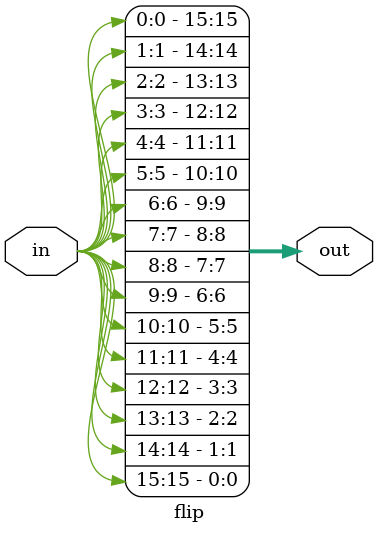
<source format=v>
module flip(in, out);

input [15:0] in;
output [15:0] out;

assign out[15] = in[0]; 
assign out[14] = in[1]; 
assign out[13] = in[2]; 
assign out[12] = in[3]; 
assign out[11] = in[4]; 
assign out[10] = in[5]; 
assign out[9] = in[6]; 
assign out[8] = in[7]; 
assign out[7] = in[8]; 
assign out[6] = in[9]; 
assign out[5] = in[10]; 
assign out[4] = in[11]; 
assign out[3] = in[12]; 
assign out[2] = in[13]; 
assign out[1] = in[14]; 
assign out[0] = in[15]; 

endmodule

</source>
